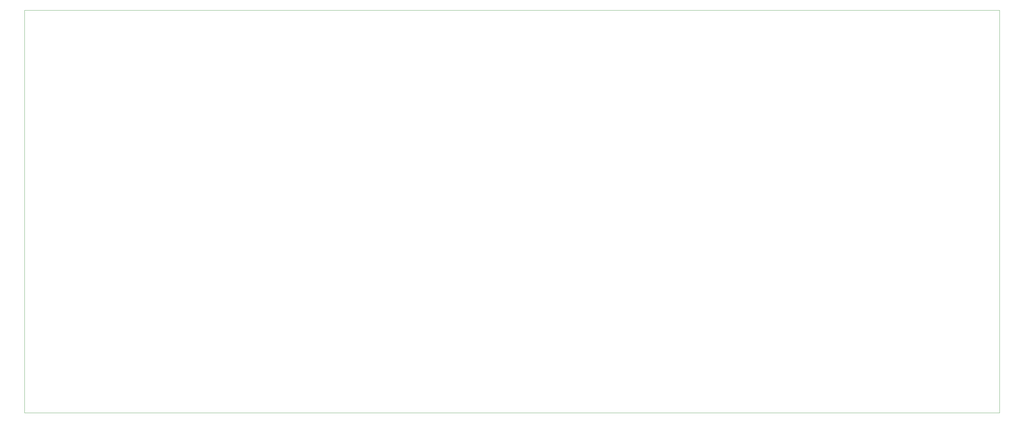
<source format=gm1>
G04 #@! TF.GenerationSoftware,KiCad,Pcbnew,(6.0.10)*
G04 #@! TF.CreationDate,2023-02-24T13:00:27+01:00*
G04 #@! TF.ProjectId,CherryZXKeyboard,43686572-7279-45a5-984b-6579626f6172,rev?*
G04 #@! TF.SameCoordinates,Original*
G04 #@! TF.FileFunction,Profile,NP*
%FSLAX46Y46*%
G04 Gerber Fmt 4.6, Leading zero omitted, Abs format (unit mm)*
G04 Created by KiCad (PCBNEW (6.0.10)) date 2023-02-24 13:00:27*
%MOMM*%
%LPD*%
G01*
G04 APERTURE LIST*
G04 #@! TA.AperFunction,Profile*
%ADD10C,0.050000*%
G04 #@! TD*
G04 APERTURE END LIST*
D10*
X49686000Y-69134000D02*
X339686000Y-69134000D01*
X339686000Y-69134000D02*
X339686000Y-189134000D01*
X339686000Y-189134000D02*
X49686000Y-189134000D01*
X49686000Y-189134000D02*
X49686000Y-69134000D01*
M02*

</source>
